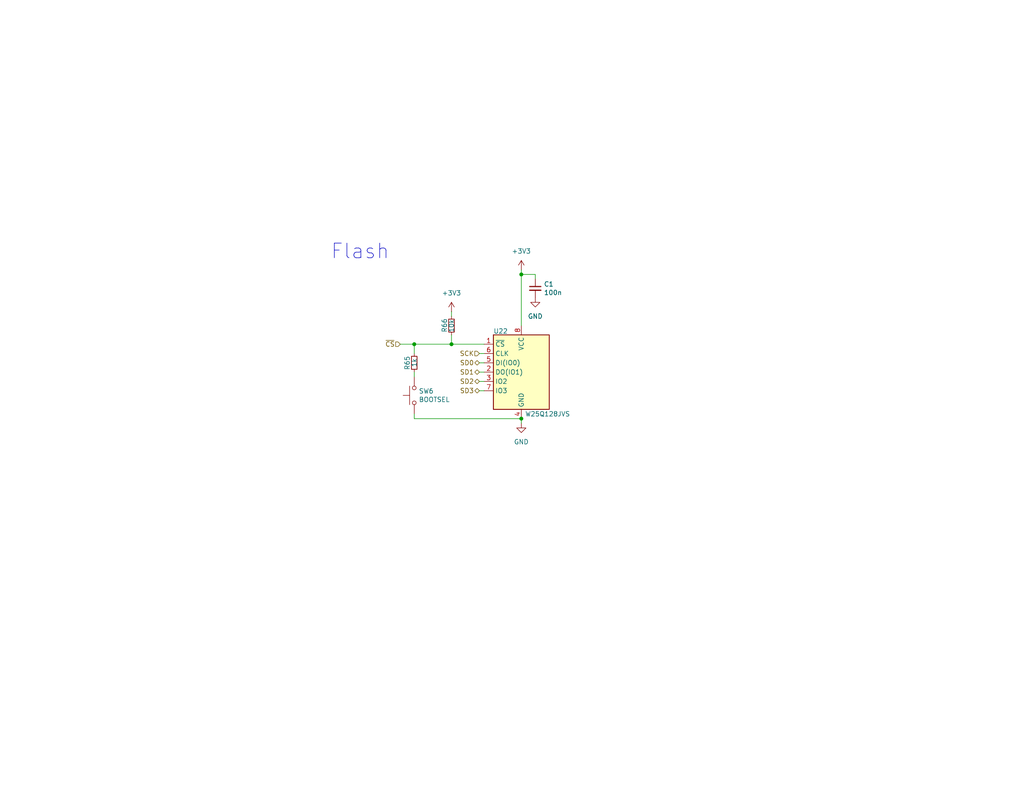
<source format=kicad_sch>
(kicad_sch (version 20231120) (generator "eeschema") (generator_version "8.0")
  (paper "A")
  (title_block (title "EconoPET 40/8096") (date "2023-10-01") (rev "A"))
  (lib_symbols
    (symbol "Device:C_Small" (pin_numbers hide) (pin_names (offset 0.254) hide)
      (property "Reference" "C" (at 0.254 1.778 0))
      (property "Value" "C_Small" (at 0.254 -2.032 0))
      (symbol "C_Small_0_1"
        (polyline (pts (xy -1.524 -0.508) (xy 1.524 -0.508)) (stroke (width 0.3302)))
        (polyline (pts (xy -1.524 0.508) (xy 1.524 0.508)) (stroke (width 0.3048)))
      )
      (symbol "C_Small_1_1"
        (pin passive line (at 0 2.54 270) (length 2.032) (name "~") (number "1"))
        (pin passive line (at 0 -2.54 90) (length 2.032) (name "~") (number "2"))
      )
    )
    (symbol "Device:R_Small" (pin_numbers hide) (pin_names (offset 0.254) hide)
      (property "Reference" "R" (at 0.762 0.508 0))
      (property "Value" "R_Small" (at 0.762 -1.016 0))
      (symbol "R_Small_0_1"
        (rectangle (start -0.762 1.778) (end 0.762 -1.778) (stroke (width 0.2032)))
      )
      (symbol "R_Small_1_1"
        (pin passive line (at 0 2.54 270) (length 0.762) (name "~") (number "1"))
        (pin passive line (at 0 -2.54 90) (length 0.762) (name "~") (number "2"))
      )
    )
    (symbol "Memory_Flash:W25Q128JVS"
      (property "Reference" "U" (at -6.35 11.43 0))
      (property "Value" "W25Q128JVS" (at 7.62 11.43 0))
      (symbol "W25Q128JVS_0_1"
        (rectangle (start -7.62 10.16) (end 7.62 -10.16) (stroke (width 0.254)) (fill (type background)))
      )
      (symbol "W25Q128JVS_1_1"
        (pin input line (at -10.16 7.62 0) (length 2.54) (name "~{CS}") (number "1"))
        (pin bidirectional line (at -10.16 0 0) (length 2.54) (name "DO(IO1)") (number "2"))
        (pin bidirectional line (at -10.16 -2.54 0) (length 2.54) (name "IO2") (number "3"))
        (pin power_in line (at 0 -12.7 90) (length 2.54) (name "GND") (number "4"))
        (pin bidirectional line (at -10.16 2.54 0) (length 2.54) (name "DI(IO0)") (number "5"))
        (pin input line (at -10.16 5.08 0) (length 2.54) (name "CLK") (number "6"))
        (pin bidirectional line (at -10.16 -5.08 0) (length 2.54) (name "IO3") (number "7"))
        (pin power_in line (at 0 12.7 270) (length 2.54) (name "VCC") (number "8"))
      )
    )
    (symbol "Switch:SW_Push" (pin_numbers hide) (pin_names (offset 1.016) hide)
      (property "Reference" "SW" (at 1.27 2.54 0))
      (property "Value" "SW_Push" (at 0 -1.524 0))
      (symbol "SW_Push_0_1"
        (circle (center -2.032 0) (radius 0.508))
        (polyline (pts (xy 0 1.27) (xy 0 3.048)))
        (polyline (pts (xy 2.54 1.27) (xy -2.54 1.27)))
        (circle (center 2.032 0) (radius 0.508))
        (pin passive line (at -5.08 0 0) (length 2.54) (name "1") (number "1"))
        (pin passive line (at 5.08 0 180) (length 2.54) (name "2") (number "2"))
      )
    )
    (symbol "power:+3V3" (power) (pin_numbers hide) (pin_names (offset 0) hide)
      (property "Value" "+3V3" (at 0 3.556 0))
      (symbol "+3V3_0_1"
        (polyline (pts (xy -0.762 1.27) (xy 0 2.54)))
        (polyline (pts (xy 0 0) (xy 0 2.54)))
        (polyline (pts (xy 0 2.54) (xy 0.762 1.27)))
      )
      (symbol "+3V3_1_1"
        (pin power_in line (at 0 0 90) (length 0) (name "~") (number "1"))
      )
    )
    (symbol "power:GND" (power) (pin_numbers hide) (pin_names (offset 0) hide)
      (property "Value" "GND" (at 0 -3.81 0))
      (symbol "GND_0_1"
        (polyline (pts (xy 0 0) (xy 0 -1.27) (xy 1.27 -1.27) (xy 0 -2.54) (xy -1.27 -1.27) (xy 0 -1.27)))
      )
      (symbol "GND_1_1"
        (pin power_in line (at 0 0 270) (length 0) (name "~") (number "1"))
      )
    )
  )
  (junction (at 123.19 93.98))
  (junction (at 113.03 93.98))
  (junction (at 142.24 74.93))
  (junction (at 142.24 114.3))
  (wire (pts (xy 113.03 113.03) (xy 113.03 114.3)))
  (wire (pts (xy 142.24 114.3) (xy 142.24 115.57)))
  (wire (pts (xy 130.81 101.6) (xy 132.08 101.6)))
  (wire (pts (xy 113.03 93.98) (xy 113.03 96.52)))
  (wire (pts (xy 123.19 91.44) (xy 123.19 93.98)))
  (wire (pts (xy 142.24 74.93) (xy 142.24 88.9)))
  (wire (pts (xy 146.05 76.2) (xy 146.05 74.93)))
  (wire (pts (xy 130.81 106.68) (xy 132.08 106.68)))
  (wire (pts (xy 130.81 99.06) (xy 132.08 99.06)))
  (wire (pts (xy 113.03 114.3) (xy 142.24 114.3)))
  (wire (pts (xy 142.24 73.66) (xy 142.24 74.93)))
  (wire (pts (xy 130.81 104.14) (xy 132.08 104.14)))
  (wire (pts (xy 113.03 101.6) (xy 113.03 102.87)))
  (wire (pts (xy 113.03 93.98) (xy 123.19 93.98)))
  (wire (pts (xy 130.81 96.52) (xy 132.08 96.52)))
  (wire (pts (xy 123.19 86.36) (xy 123.19 85.09)))
  (wire (pts (xy 109.22 93.98) (xy 113.03 93.98)))
  (wire (pts (xy 142.24 74.93) (xy 146.05 74.93)))
  (wire (pts (xy 123.19 93.98) (xy 132.08 93.98)))
  (text "Flash" (at 90.17 71.12 0) (effects (font (size 4 4)) (justify left bottom)))
  (hierarchical_label "SD3" (shape bidirectional) (at 130.81 106.68 180))
  (hierarchical_label "SCK" (shape input) (at 130.81 96.52 180))
  (hierarchical_label "SD1" (shape bidirectional) (at 130.81 101.6 180))
  (hierarchical_label "SD0" (shape bidirectional) (at 130.81 99.06 180))
  (hierarchical_label "SD2" (shape bidirectional) (at 130.81 104.14 180))
  (hierarchical_label "~{CS}" (shape input) (at 109.22 93.98 180))
  (symbol (lib_id "Switch:SW_Push") (at 113.03 107.95 90) (unit 1)
    (property "Reference" "SW6" (at 114.2492 106.7816 90) (effects (justify right)))
    (property "Value" "BOOTSEL" (at 114.2492 109.093 90) (effects (justify right)))
    (property "Footprint" "EconoPET:SW_PUSH_1P1T_6x3.5mm_H4.3_APEM_MJTP1243" (effects (hide yes)))
    (property "Amazon" "https://smile.amazon.com/dp/B008DS188Y" (effects (hide yes)))
    (property "Alt-LCSC" "C457531" (effects (hide yes)))
    (property "MOUSER" "611-PTS636SK43LFS" (effects (hide yes)))
  )
  (symbol (lib_id "power:GND") (at 142.24 115.57 0) (unit 1)
    (property "Reference" "#PWR0177" (effects (hide yes)))
    (property "Value" "GND" (at 142.24 120.65 0))
    (property "Description" "Power symbol creates a global label with name \"GND\" , ground" (effects (hide yes)))
  )
  (symbol (lib_id "Device:R_Small") (at 123.19 88.9 0) (unit 1)
    (property "Reference" "R66" (at 121.285 90.805 90) (effects (justify left)))
    (property "Value" "10k" (at 123.19 90.805 90) (effects (justify left)))
    (property "Footprint" "Resistor_SMD:R_0402_1005Metric" (effects (hide yes)))
    (property "Datasheet" "https://datasheet.lcsc.com/lcsc/2206010100_UNI-ROYAL-Uniroyal-Elec-0402WGF1002TCE_C25744.pdf" (effects (hide yes)))
    (property "LCSC" "C25744" (effects (hide yes)))
  )
  (symbol (lib_id "power:+3V3") (at 123.19 85.09 0) (unit 1)
    (property "Reference" "#PWR0175" (effects (hide yes)))
    (property "Value" "+3V3" (at 123.19 80.01 0))
    (property "Description" "Power symbol creates a global label with name \"+3V3\"" (effects (hide yes)))
  )
  (symbol (lib_id "Device:R_Small") (at 113.03 99.06 180) (unit 1)
    (property "Reference" "R65" (at 111.125 97.155 90) (effects (justify left)))
    (property "Value" "1k" (at 113.03 97.79 90) (effects (justify left)))
    (property "Footprint" "Resistor_SMD:R_0402_1005Metric" (effects (hide yes)))
    (property "Datasheet" "https://datasheet.lcsc.com/lcsc/2206010216_UNI-ROYAL-Uniroyal-Elec-0402WGF1001TCE_C11702.pdf" (effects (hide yes)))
    (property "LCSC" "C11702" (effects (hide yes)))
  )
  (symbol (lib_id "Device:C_Small") (at 146.05 78.74 0) (unit 1)
    (property "Reference" "C1" (at 148.3868 77.5716 0) (effects (justify left)))
    (property "Value" "100n" (at 148.3868 79.883 0) (effects (justify left)))
    (property "Footprint" "Capacitor_SMD:C_0402_1005Metric" (effects (hide yes)))
    (property "Datasheet" "https://datasheet.lcsc.com/lcsc/2304140030_Samsung-Electro-Mechanics-CL05B104KB54PNC_C307331.pdf" (effects (hide yes)))
    (property "LCSC" "C307331" (effects (hide yes)))
  )
  (symbol (lib_id "Memory_Flash:W25Q128JVS") (at 142.24 101.6 0) (unit 1)
    (property "Reference" "U22" (at 134.62 90.424 0) (effects (justify left)))
    (property "Value" "W25Q128JVS" (at 143.256 113.03 0) (effects (justify left)))
    (property "Footprint" "EconoPET:SOIC-8_5.23x5.23mm_P1.27mm" (effects (hide yes)))
    (property "Datasheet" "https://datasheet.lcsc.com/lcsc/1811142111_Winbond-Elec-W25Q128JVSIQ_C97521.pdf" (effects (hide yes)))
    (property "Description" "128Mb Serial Flash Memory, Standard/Dual/Quad SPI, SOIC-8" (effects (hide yes)))
    (property "LCSC" "C97521" (effects (hide yes)))
  )
  (symbol (lib_id "power:GND") (at 146.05 81.28 0) (unit 1)
    (property "Reference" "#PWR0178" (effects (hide yes)))
    (property "Value" "GND" (at 146.05 86.36 0))
    (property "Description" "Power symbol creates a global label with name \"GND\" , ground" (effects (hide yes)))
  )
  (symbol (lib_id "power:+3V3") (at 142.24 73.66 0) (unit 1)
    (property "Reference" "#PWR0176" (effects (hide yes)))
    (property "Value" "+3V3" (at 142.24 68.58 0))
    (property "Description" "Power symbol creates a global label with name \"+3V3\"" (effects (hide yes)))
  )
)
</source>
